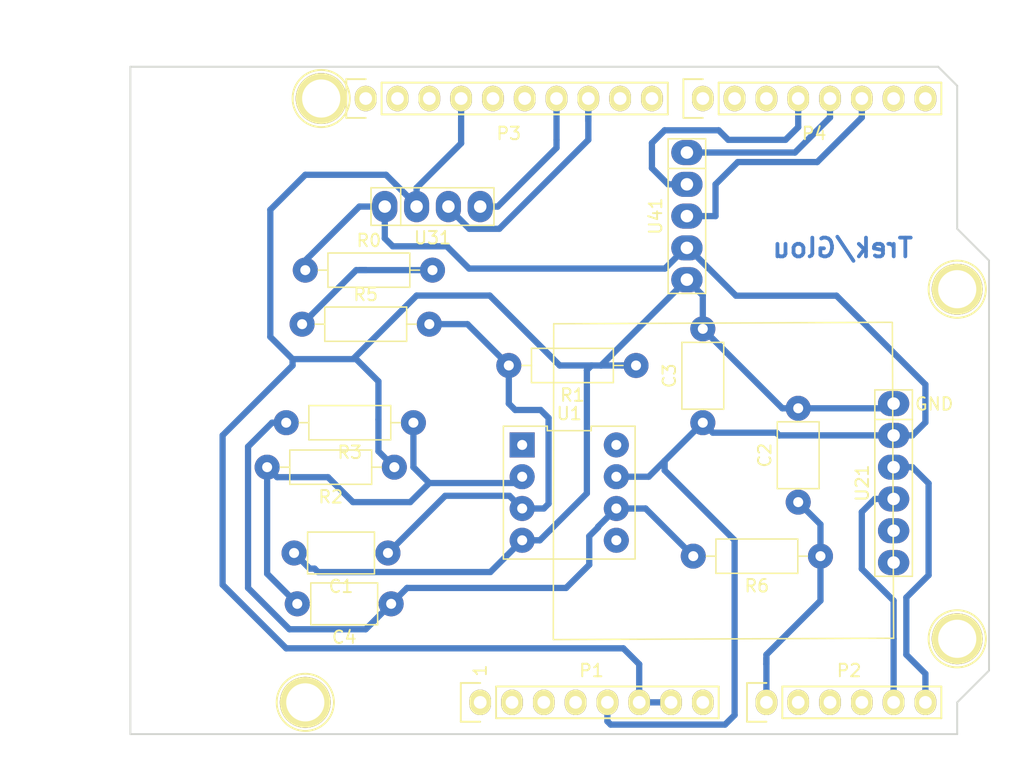
<source format=kicad_pcb>
(kicad_pcb (version 20171130) (host pcbnew "(5.1.2)-2")

  (general
    (thickness 1.6)
    (drawings 28)
    (tracks 182)
    (zones 0)
    (modules 22)
    (nets 40)
  )

  (page A4)
  (title_block
    (date "lun. 30 mars 2015")
  )

  (layers
    (0 F.Cu signal)
    (31 B.Cu signal)
    (32 B.Adhes user)
    (33 F.Adhes user)
    (34 B.Paste user)
    (35 F.Paste user)
    (36 B.SilkS user)
    (37 F.SilkS user)
    (38 B.Mask user)
    (39 F.Mask user)
    (40 Dwgs.User user)
    (41 Cmts.User user)
    (42 Eco1.User user)
    (43 Eco2.User user)
    (44 Edge.Cuts user)
    (45 Margin user)
    (46 B.CrtYd user)
    (47 F.CrtYd user)
    (48 B.Fab user)
    (49 F.Fab user)
  )

  (setup
    (last_trace_width 0.5)
    (user_trace_width 0.5)
    (user_trace_width 5)
    (trace_clearance 0.2)
    (zone_clearance 0.508)
    (zone_45_only no)
    (trace_min 0.2)
    (via_size 0.6)
    (via_drill 0.4)
    (via_min_size 0.4)
    (via_min_drill 0.3)
    (uvia_size 0.3)
    (uvia_drill 0.1)
    (uvias_allowed no)
    (uvia_min_size 0.2)
    (uvia_min_drill 0.1)
    (edge_width 0.15)
    (segment_width 0.15)
    (pcb_text_width 0.3)
    (pcb_text_size 1.5 1.5)
    (mod_edge_width 0.15)
    (mod_text_size 1 1)
    (mod_text_width 0.15)
    (pad_size 2 2)
    (pad_drill 0.8)
    (pad_to_mask_clearance 0)
    (aux_axis_origin 110.998 126.365)
    (grid_origin 110.998 126.365)
    (visible_elements 7FFFFFFF)
    (pcbplotparams
      (layerselection 0x00000_fffffffe)
      (usegerberextensions false)
      (usegerberattributes false)
      (usegerberadvancedattributes false)
      (creategerberjobfile false)
      (excludeedgelayer true)
      (linewidth 0.100000)
      (plotframeref false)
      (viasonmask false)
      (mode 1)
      (useauxorigin false)
      (hpglpennumber 1)
      (hpglpenspeed 20)
      (hpglpendiameter 15.000000)
      (psnegative false)
      (psa4output false)
      (plotreference true)
      (plotvalue true)
      (plotinvisibletext false)
      (padsonsilk false)
      (subtractmaskfromsilk false)
      (outputformat 4)
      (mirror false)
      (drillshape 2)
      (scaleselection 1)
      (outputdirectory "PDF/"))
  )

  (net 0 "")
  (net 1 /IOREF)
  (net 2 /Reset)
  (net 3 +5V)
  (net 4 GND)
  (net 5 /Vin)
  (net 6 /A1)
  (net 7 /A2)
  (net 8 /A3)
  (net 9 /AREF)
  (net 10 "/9(**)")
  (net 11 /8)
  (net 12 /7)
  (net 13 "/6(**)")
  (net 14 "/5(**)")
  (net 15 "/1(Tx)")
  (net 16 "/0(Rx)")
  (net 17 "Net-(P5-Pad1)")
  (net 18 "Net-(P6-Pad1)")
  (net 19 "Net-(P7-Pad1)")
  (net 20 "Net-(P8-Pad1)")
  (net 21 "/13(SCK)")
  (net 22 "Net-(P1-Pad1)")
  (net 23 +3V3)
  (net 24 "/12(MISO)")
  (net 25 IN+)
  (net 26 ADC)
  (net 27 "Net-(C4-Pad1)")
  (net 28 IN-)
  (net 29 SDA)
  (net 30 SCK)
  (net 31 TX)
  (net 32 RX)
  (net 33 CLK)
  (net 34 DATA)
  (net 35 SWITCH)
  (net 36 "Net-(R0-Pad2)")
  (net 37 "Net-(U1-Pad8)")
  (net 38 "Net-(U1-Pad1)")
  (net 39 "Net-(U1-Pad5)")

  (net_class Default "This is the default net class."
    (clearance 0.2)
    (trace_width 0.25)
    (via_dia 0.6)
    (via_drill 0.4)
    (uvia_dia 0.3)
    (uvia_drill 0.1)
    (add_net +3V3)
    (add_net +5V)
    (add_net "/0(Rx)")
    (add_net "/1(Tx)")
    (add_net "/12(MISO)")
    (add_net "/13(SCK)")
    (add_net "/5(**)")
    (add_net "/6(**)")
    (add_net /7)
    (add_net /8)
    (add_net "/9(**)")
    (add_net /A1)
    (add_net /A2)
    (add_net /A3)
    (add_net /AREF)
    (add_net /IOREF)
    (add_net /Reset)
    (add_net /Vin)
    (add_net ADC)
    (add_net CLK)
    (add_net DATA)
    (add_net GND)
    (add_net IN+)
    (add_net IN-)
    (add_net "Net-(C4-Pad1)")
    (add_net "Net-(P1-Pad1)")
    (add_net "Net-(P5-Pad1)")
    (add_net "Net-(P6-Pad1)")
    (add_net "Net-(P7-Pad1)")
    (add_net "Net-(P8-Pad1)")
    (add_net "Net-(R0-Pad2)")
    (add_net "Net-(U1-Pad1)")
    (add_net "Net-(U1-Pad5)")
    (add_net "Net-(U1-Pad8)")
    (add_net RX)
    (add_net SCK)
    (add_net SDA)
    (add_net SWITCH)
    (add_net TX)
  )

  (module "projet shield capteur:OLED" (layer F.Cu) (tedit 6048CA86) (tstamp 6048E5CD)
    (at 171.958 106.299 270)
    (path /603E6DB8)
    (fp_text reference U21 (at 0 2.5 270) (layer F.SilkS)
      (effects (font (size 1 1) (thickness 0.15)))
    )
    (fp_text value OLED_0.91 (at 0 -2.5 270) (layer F.Fab)
      (effects (font (size 1 1) (thickness 0.15)))
    )
    (fp_text user GND (at -6.32 -3.24) (layer F.SilkS)
      (effects (font (size 1 1) (thickness 0.15)))
    )
    (fp_line (start -12.73 27.15) (end -12.85 0.12) (layer F.SilkS) (width 0.12))
    (fp_line (start 12.51 27.18) (end -12.73 27.15) (layer F.SilkS) (width 0.12))
    (fp_line (start 12.4 0) (end 12.51 27.18) (layer F.SilkS) (width 0.12))
    (fp_line (start -12.83 0.1) (end 12.4 0) (layer F.SilkS) (width 0.12))
    (fp_line (start -7.2 1.25) (end -7.2 -1.25) (layer F.CrtYd) (width 0.05))
    (fp_line (start 7.2 1.25) (end -7.2 1.25) (layer F.CrtYd) (width 0.05))
    (fp_line (start 7.2 -1.25) (end 7.2 1.25) (layer F.CrtYd) (width 0.05))
    (fp_line (start -7.2 -1.25) (end 7.2 -1.25) (layer F.CrtYd) (width 0.05))
    (fp_line (start -5.08 -1.5) (end -5.08 1.5) (layer F.SilkS) (width 0.12))
    (fp_line (start -7.45 1.5) (end -7.45 -1.5) (layer F.SilkS) (width 0.12))
    (fp_line (start 7.45 1.5) (end -7.45 1.5) (layer F.SilkS) (width 0.12))
    (fp_line (start 7.45 -1.5) (end 7.45 1.5) (layer F.SilkS) (width 0.12))
    (fp_line (start -7.45 -1.5) (end 7.45 -1.5) (layer F.SilkS) (width 0.12))
    (pad 6 thru_hole oval (at 6.35 0 270) (size 2 2.5) (drill 1) (layers *.Cu *.Mask))
    (pad 5 thru_hole oval (at 3.81 0 270) (size 2 2.5) (drill 1) (layers *.Cu *.Mask))
    (pad 4 thru_hole oval (at 1.27 0 270) (size 2 2.5) (drill 1) (layers *.Cu *.Mask)
      (net 29 SDA))
    (pad 3 thru_hole oval (at -1.27 0 270) (size 2 2.5) (drill 1) (layers *.Cu *.Mask)
      (net 30 SCK))
    (pad 2 thru_hole oval (at -3.81 0 270) (size 2 2.5) (drill 1) (layers *.Cu *.Mask)
      (net 3 +5V))
    (pad 1 thru_hole oval (at -6.35 0 270) (size 2 2.5) (drill 1) (layers *.Cu *.Mask)
      (net 4 GND))
  )

  (module Resistor_THT:R_Axial_DIN0207_L6.3mm_D2.5mm_P10.16mm_Horizontal (layer F.Cu) (tedit 5AE5139B) (tstamp 6048E5A2)
    (at 166.116 112.141 180)
    (descr "Resistor, Axial_DIN0207 series, Axial, Horizontal, pin pitch=10.16mm, 0.25W = 1/4W, length*diameter=6.3*2.5mm^2, http://cdn-reichelt.de/documents/datenblatt/B400/1_4W%23YAG.pdf")
    (tags "Resistor Axial_DIN0207 series Axial Horizontal pin pitch 10.16mm 0.25W = 1/4W length 6.3mm diameter 2.5mm")
    (path /603A1DAD)
    (fp_text reference R6 (at 5.08 -2.37) (layer F.SilkS)
      (effects (font (size 1 1) (thickness 0.15)))
    )
    (fp_text value 1k (at 5.08 2.37) (layer F.Fab)
      (effects (font (size 1 1) (thickness 0.15)))
    )
    (fp_text user %R (at 5.08 0) (layer F.Fab)
      (effects (font (size 1 1) (thickness 0.15)))
    )
    (fp_line (start 11.21 -1.5) (end -1.05 -1.5) (layer F.CrtYd) (width 0.05))
    (fp_line (start 11.21 1.5) (end 11.21 -1.5) (layer F.CrtYd) (width 0.05))
    (fp_line (start -1.05 1.5) (end 11.21 1.5) (layer F.CrtYd) (width 0.05))
    (fp_line (start -1.05 -1.5) (end -1.05 1.5) (layer F.CrtYd) (width 0.05))
    (fp_line (start 9.12 0) (end 8.35 0) (layer F.SilkS) (width 0.12))
    (fp_line (start 1.04 0) (end 1.81 0) (layer F.SilkS) (width 0.12))
    (fp_line (start 8.35 -1.37) (end 1.81 -1.37) (layer F.SilkS) (width 0.12))
    (fp_line (start 8.35 1.37) (end 8.35 -1.37) (layer F.SilkS) (width 0.12))
    (fp_line (start 1.81 1.37) (end 8.35 1.37) (layer F.SilkS) (width 0.12))
    (fp_line (start 1.81 -1.37) (end 1.81 1.37) (layer F.SilkS) (width 0.12))
    (fp_line (start 10.16 0) (end 8.23 0) (layer F.Fab) (width 0.1))
    (fp_line (start 0 0) (end 1.93 0) (layer F.Fab) (width 0.1))
    (fp_line (start 8.23 -1.25) (end 1.93 -1.25) (layer F.Fab) (width 0.1))
    (fp_line (start 8.23 1.25) (end 8.23 -1.25) (layer F.Fab) (width 0.1))
    (fp_line (start 1.93 1.25) (end 8.23 1.25) (layer F.Fab) (width 0.1))
    (fp_line (start 1.93 -1.25) (end 1.93 1.25) (layer F.Fab) (width 0.1))
    (pad 2 thru_hole circle (at 10.16 0 180) (size 2 2) (drill 0.8) (layers *.Cu *.Mask)
      (net 27 "Net-(C4-Pad1)"))
    (pad 1 thru_hole circle (at 0 0 180) (size 2 2) (drill 0.8) (layers *.Cu *.Mask)
      (net 26 ADC))
    (model ${KISYS3DMOD}/Resistor_THT.3dshapes/R_Axial_DIN0207_L6.3mm_D2.5mm_P10.16mm_Horizontal.wrl
      (at (xyz 0 0 0))
      (scale (xyz 1 1 1))
      (rotate (xyz 0 0 0))
    )
  )

  (module Resistor_THT:R_Axial_DIN0207_L6.3mm_D2.5mm_P10.16mm_Horizontal (layer F.Cu) (tedit 5AE5139B) (tstamp 6048E546)
    (at 151.384 96.901 180)
    (descr "Resistor, Axial_DIN0207 series, Axial, Horizontal, pin pitch=10.16mm, 0.25W = 1/4W, length*diameter=6.3*2.5mm^2, http://cdn-reichelt.de/documents/datenblatt/B400/1_4W%23YAG.pdf")
    (tags "Resistor Axial_DIN0207 series Axial Horizontal pin pitch 10.16mm 0.25W = 1/4W length 6.3mm diameter 2.5mm")
    (path /6036AEA7)
    (fp_text reference R1 (at 5.08 -2.37) (layer F.SilkS)
      (effects (font (size 1 1) (thickness 0.15)))
    )
    (fp_text value 100k (at 5.08 2.37) (layer F.Fab)
      (effects (font (size 1 1) (thickness 0.15)))
    )
    (fp_text user %R (at 5.08 0) (layer F.Fab)
      (effects (font (size 1 1) (thickness 0.15)))
    )
    (fp_line (start 11.21 -1.5) (end -1.05 -1.5) (layer F.CrtYd) (width 0.05))
    (fp_line (start 11.21 1.5) (end 11.21 -1.5) (layer F.CrtYd) (width 0.05))
    (fp_line (start -1.05 1.5) (end 11.21 1.5) (layer F.CrtYd) (width 0.05))
    (fp_line (start -1.05 -1.5) (end -1.05 1.5) (layer F.CrtYd) (width 0.05))
    (fp_line (start 9.12 0) (end 8.35 0) (layer F.SilkS) (width 0.12))
    (fp_line (start 1.04 0) (end 1.81 0) (layer F.SilkS) (width 0.12))
    (fp_line (start 8.35 -1.37) (end 1.81 -1.37) (layer F.SilkS) (width 0.12))
    (fp_line (start 8.35 1.37) (end 8.35 -1.37) (layer F.SilkS) (width 0.12))
    (fp_line (start 1.81 1.37) (end 8.35 1.37) (layer F.SilkS) (width 0.12))
    (fp_line (start 1.81 -1.37) (end 1.81 1.37) (layer F.SilkS) (width 0.12))
    (fp_line (start 10.16 0) (end 8.23 0) (layer F.Fab) (width 0.1))
    (fp_line (start 0 0) (end 1.93 0) (layer F.Fab) (width 0.1))
    (fp_line (start 8.23 -1.25) (end 1.93 -1.25) (layer F.Fab) (width 0.1))
    (fp_line (start 8.23 1.25) (end 8.23 -1.25) (layer F.Fab) (width 0.1))
    (fp_line (start 1.93 1.25) (end 8.23 1.25) (layer F.Fab) (width 0.1))
    (fp_line (start 1.93 -1.25) (end 1.93 1.25) (layer F.Fab) (width 0.1))
    (pad 2 thru_hole circle (at 10.16 0 180) (size 2 2) (drill 0.8) (layers *.Cu *.Mask)
      (net 25 IN+))
    (pad 1 thru_hole circle (at 0 0 180) (size 2 2) (drill 0.8) (layers *.Cu *.Mask)
      (net 4 GND))
    (model ${KISYS3DMOD}/Resistor_THT.3dshapes/R_Axial_DIN0207_L6.3mm_D2.5mm_P10.16mm_Horizontal.wrl
      (at (xyz 0 0 0))
      (scale (xyz 1 1 1))
      (rotate (xyz 0 0 0))
    )
  )

  (module Capacitor_THT:C_Axial_L5.1mm_D3.1mm_P7.50mm_Horizontal (layer F.Cu) (tedit 5AE50EF0) (tstamp 6048E4D3)
    (at 131.572 111.887 180)
    (descr "C, Axial series, Axial, Horizontal, pin pitch=7.5mm, , length*diameter=5.1*3.1mm^2, http://www.vishay.com/docs/45231/arseries.pdf")
    (tags "C Axial series Axial Horizontal pin pitch 7.5mm  length 5.1mm diameter 3.1mm")
    (path /6036B7A1)
    (fp_text reference C1 (at 3.75 -2.67) (layer F.SilkS)
      (effects (font (size 1 1) (thickness 0.15)))
    )
    (fp_text value 100n (at 3.75 2.67) (layer F.Fab)
      (effects (font (size 1 1) (thickness 0.15)))
    )
    (fp_line (start 1.2 -1.55) (end 1.2 1.55) (layer F.Fab) (width 0.1))
    (fp_line (start 1.2 1.55) (end 6.3 1.55) (layer F.Fab) (width 0.1))
    (fp_line (start 6.3 1.55) (end 6.3 -1.55) (layer F.Fab) (width 0.1))
    (fp_line (start 6.3 -1.55) (end 1.2 -1.55) (layer F.Fab) (width 0.1))
    (fp_line (start 0 0) (end 1.2 0) (layer F.Fab) (width 0.1))
    (fp_line (start 7.5 0) (end 6.3 0) (layer F.Fab) (width 0.1))
    (fp_line (start 1.08 -1.67) (end 1.08 1.67) (layer F.SilkS) (width 0.12))
    (fp_line (start 1.08 1.67) (end 6.42 1.67) (layer F.SilkS) (width 0.12))
    (fp_line (start 6.42 1.67) (end 6.42 -1.67) (layer F.SilkS) (width 0.12))
    (fp_line (start 6.42 -1.67) (end 1.08 -1.67) (layer F.SilkS) (width 0.12))
    (fp_line (start 1.04 0) (end 1.08 0) (layer F.SilkS) (width 0.12))
    (fp_line (start 6.46 0) (end 6.42 0) (layer F.SilkS) (width 0.12))
    (fp_line (start -1.05 -1.8) (end -1.05 1.8) (layer F.CrtYd) (width 0.05))
    (fp_line (start -1.05 1.8) (end 8.55 1.8) (layer F.CrtYd) (width 0.05))
    (fp_line (start 8.55 1.8) (end 8.55 -1.8) (layer F.CrtYd) (width 0.05))
    (fp_line (start 8.55 -1.8) (end -1.05 -1.8) (layer F.CrtYd) (width 0.05))
    (fp_text user %R (at 3.75 0) (layer F.Fab)
      (effects (font (size 1 1) (thickness 0.15)))
    )
    (pad 1 thru_hole circle (at 0 0 180) (size 2 2) (drill 0.8) (layers *.Cu *.Mask)
      (net 25 IN+))
    (pad 2 thru_hole circle (at 7.5 0 180) (size 2 2) (drill 0.8) (layers *.Cu *.Mask)
      (net 4 GND))
    (model ${KISYS3DMOD}/Capacitor_THT.3dshapes/C_Axial_L5.1mm_D3.1mm_P7.50mm_Horizontal.wrl
      (at (xyz 0 0 0))
      (scale (xyz 1 1 1))
      (rotate (xyz 0 0 0))
    )
  )

  (module Socket_Arduino_Uno:Socket_Strip_Arduino_1x08 locked (layer F.Cu) (tedit 552168D2) (tstamp 551AF9EA)
    (at 138.938 123.825)
    (descr "Through hole socket strip")
    (tags "socket strip")
    (path /56D70129)
    (fp_text reference P1 (at 8.89 -2.54) (layer F.SilkS)
      (effects (font (size 1 1) (thickness 0.15)))
    )
    (fp_text value Power (at 8.89 -4.064) (layer F.Fab)
      (effects (font (size 1 1) (thickness 0.15)))
    )
    (fp_line (start -1.75 -1.75) (end -1.75 1.75) (layer F.CrtYd) (width 0.05))
    (fp_line (start 19.55 -1.75) (end 19.55 1.75) (layer F.CrtYd) (width 0.05))
    (fp_line (start -1.75 -1.75) (end 19.55 -1.75) (layer F.CrtYd) (width 0.05))
    (fp_line (start -1.75 1.75) (end 19.55 1.75) (layer F.CrtYd) (width 0.05))
    (fp_line (start 1.27 1.27) (end 19.05 1.27) (layer F.SilkS) (width 0.15))
    (fp_line (start 19.05 1.27) (end 19.05 -1.27) (layer F.SilkS) (width 0.15))
    (fp_line (start 19.05 -1.27) (end 1.27 -1.27) (layer F.SilkS) (width 0.15))
    (fp_line (start -1.55 1.55) (end 0 1.55) (layer F.SilkS) (width 0.15))
    (fp_line (start 1.27 1.27) (end 1.27 -1.27) (layer F.SilkS) (width 0.15))
    (fp_line (start 0 -1.55) (end -1.55 -1.55) (layer F.SilkS) (width 0.15))
    (fp_line (start -1.55 -1.55) (end -1.55 1.55) (layer F.SilkS) (width 0.15))
    (pad 1 thru_hole oval (at 0 0) (size 1.7272 2.032) (drill 1.016) (layers *.Cu *.Mask F.SilkS)
      (net 22 "Net-(P1-Pad1)"))
    (pad 2 thru_hole oval (at 2.54 0) (size 1.7272 2.032) (drill 1.016) (layers *.Cu *.Mask F.SilkS)
      (net 1 /IOREF))
    (pad 3 thru_hole oval (at 5.08 0) (size 1.7272 2.032) (drill 1.016) (layers *.Cu *.Mask F.SilkS)
      (net 2 /Reset))
    (pad 4 thru_hole oval (at 7.62 0) (size 1.7272 2.032) (drill 1.016) (layers *.Cu *.Mask F.SilkS)
      (net 23 +3V3))
    (pad 5 thru_hole oval (at 10.16 0) (size 1.7272 2.032) (drill 1.016) (layers *.Cu *.Mask F.SilkS)
      (net 3 +5V))
    (pad 6 thru_hole oval (at 12.7 0) (size 1.7272 2.032) (drill 1.016) (layers *.Cu *.Mask F.SilkS)
      (net 4 GND))
    (pad 7 thru_hole oval (at 15.24 0) (size 1.7272 2.032) (drill 1.016) (layers *.Cu *.Mask F.SilkS)
      (net 4 GND))
    (pad 8 thru_hole oval (at 17.78 0) (size 1.7272 2.032) (drill 1.016) (layers *.Cu *.Mask F.SilkS)
      (net 5 /Vin))
    (model ${KIPRJMOD}/Socket_Arduino_Uno.3dshapes/Socket_header_Arduino_1x08.wrl
      (offset (xyz 8.889999866485596 0 0))
      (scale (xyz 1 1 1))
      (rotate (xyz 0 0 180))
    )
  )

  (module Socket_Arduino_Uno:Socket_Strip_Arduino_1x06 locked (layer F.Cu) (tedit 552168D6) (tstamp 551AF9FF)
    (at 161.798 123.825)
    (descr "Through hole socket strip")
    (tags "socket strip")
    (path /56D70DD8)
    (fp_text reference P2 (at 6.604 -2.54) (layer F.SilkS)
      (effects (font (size 1 1) (thickness 0.15)))
    )
    (fp_text value Analog (at 6.604 -4.064) (layer F.Fab)
      (effects (font (size 1 1) (thickness 0.15)))
    )
    (fp_line (start -1.75 -1.75) (end -1.75 1.75) (layer F.CrtYd) (width 0.05))
    (fp_line (start 14.45 -1.75) (end 14.45 1.75) (layer F.CrtYd) (width 0.05))
    (fp_line (start -1.75 -1.75) (end 14.45 -1.75) (layer F.CrtYd) (width 0.05))
    (fp_line (start -1.75 1.75) (end 14.45 1.75) (layer F.CrtYd) (width 0.05))
    (fp_line (start 1.27 1.27) (end 13.97 1.27) (layer F.SilkS) (width 0.15))
    (fp_line (start 13.97 1.27) (end 13.97 -1.27) (layer F.SilkS) (width 0.15))
    (fp_line (start 13.97 -1.27) (end 1.27 -1.27) (layer F.SilkS) (width 0.15))
    (fp_line (start -1.55 1.55) (end 0 1.55) (layer F.SilkS) (width 0.15))
    (fp_line (start 1.27 1.27) (end 1.27 -1.27) (layer F.SilkS) (width 0.15))
    (fp_line (start 0 -1.55) (end -1.55 -1.55) (layer F.SilkS) (width 0.15))
    (fp_line (start -1.55 -1.55) (end -1.55 1.55) (layer F.SilkS) (width 0.15))
    (pad 1 thru_hole oval (at 0 0) (size 1.7272 2.032) (drill 1.016) (layers *.Cu *.Mask F.SilkS)
      (net 26 ADC))
    (pad 2 thru_hole oval (at 2.54 0) (size 1.7272 2.032) (drill 1.016) (layers *.Cu *.Mask F.SilkS)
      (net 6 /A1))
    (pad 3 thru_hole oval (at 5.08 0) (size 1.7272 2.032) (drill 1.016) (layers *.Cu *.Mask F.SilkS)
      (net 7 /A2))
    (pad 4 thru_hole oval (at 7.62 0) (size 1.7272 2.032) (drill 1.016) (layers *.Cu *.Mask F.SilkS)
      (net 8 /A3))
    (pad 5 thru_hole oval (at 10.16 0) (size 1.7272 2.032) (drill 1.016) (layers *.Cu *.Mask F.SilkS)
      (net 29 SDA))
    (pad 6 thru_hole oval (at 12.7 0) (size 1.7272 2.032) (drill 1.016) (layers *.Cu *.Mask F.SilkS)
      (net 30 SCK))
    (model ${KIPRJMOD}/Socket_Arduino_Uno.3dshapes/Socket_header_Arduino_1x06.wrl
      (offset (xyz 6.349999904632568 0 0))
      (scale (xyz 1 1 1))
      (rotate (xyz 0 0 180))
    )
  )

  (module Socket_Arduino_Uno:Socket_Strip_Arduino_1x10 locked (layer F.Cu) (tedit 552168BF) (tstamp 551AFA18)
    (at 129.794 75.565)
    (descr "Through hole socket strip")
    (tags "socket strip")
    (path /56D721E0)
    (fp_text reference P3 (at 11.43 2.794) (layer F.SilkS)
      (effects (font (size 1 1) (thickness 0.15)))
    )
    (fp_text value Digital (at 11.43 4.318) (layer F.Fab)
      (effects (font (size 1 1) (thickness 0.15)))
    )
    (fp_line (start -1.75 -1.75) (end -1.75 1.75) (layer F.CrtYd) (width 0.05))
    (fp_line (start 24.65 -1.75) (end 24.65 1.75) (layer F.CrtYd) (width 0.05))
    (fp_line (start -1.75 -1.75) (end 24.65 -1.75) (layer F.CrtYd) (width 0.05))
    (fp_line (start -1.75 1.75) (end 24.65 1.75) (layer F.CrtYd) (width 0.05))
    (fp_line (start 1.27 1.27) (end 24.13 1.27) (layer F.SilkS) (width 0.15))
    (fp_line (start 24.13 1.27) (end 24.13 -1.27) (layer F.SilkS) (width 0.15))
    (fp_line (start 24.13 -1.27) (end 1.27 -1.27) (layer F.SilkS) (width 0.15))
    (fp_line (start -1.55 1.55) (end 0 1.55) (layer F.SilkS) (width 0.15))
    (fp_line (start 1.27 1.27) (end 1.27 -1.27) (layer F.SilkS) (width 0.15))
    (fp_line (start 0 -1.55) (end -1.55 -1.55) (layer F.SilkS) (width 0.15))
    (fp_line (start -1.55 -1.55) (end -1.55 1.55) (layer F.SilkS) (width 0.15))
    (pad 1 thru_hole oval (at 0 0) (size 1.7272 2.032) (drill 1.016) (layers *.Cu *.Mask F.SilkS)
      (net 30 SCK))
    (pad 2 thru_hole oval (at 2.54 0) (size 1.7272 2.032) (drill 1.016) (layers *.Cu *.Mask F.SilkS)
      (net 29 SDA))
    (pad 3 thru_hole oval (at 5.08 0) (size 1.7272 2.032) (drill 1.016) (layers *.Cu *.Mask F.SilkS)
      (net 9 /AREF))
    (pad 4 thru_hole oval (at 7.62 0) (size 1.7272 2.032) (drill 1.016) (layers *.Cu *.Mask F.SilkS)
      (net 4 GND))
    (pad 5 thru_hole oval (at 10.16 0) (size 1.7272 2.032) (drill 1.016) (layers *.Cu *.Mask F.SilkS)
      (net 21 "/13(SCK)"))
    (pad 6 thru_hole oval (at 12.7 0) (size 1.7272 2.032) (drill 1.016) (layers *.Cu *.Mask F.SilkS)
      (net 24 "/12(MISO)"))
    (pad 7 thru_hole oval (at 15.24 0) (size 1.7272 2.032) (drill 1.016) (layers *.Cu *.Mask F.SilkS)
      (net 31 TX))
    (pad 8 thru_hole oval (at 17.78 0) (size 1.7272 2.032) (drill 1.016) (layers *.Cu *.Mask F.SilkS)
      (net 32 RX))
    (pad 9 thru_hole oval (at 20.32 0) (size 1.7272 2.032) (drill 1.016) (layers *.Cu *.Mask F.SilkS)
      (net 10 "/9(**)"))
    (pad 10 thru_hole oval (at 22.86 0) (size 1.7272 2.032) (drill 1.016) (layers *.Cu *.Mask F.SilkS)
      (net 11 /8))
    (model ${KIPRJMOD}/Socket_Arduino_Uno.3dshapes/Socket_header_Arduino_1x10.wrl
      (offset (xyz 11.42999982833862 0 0))
      (scale (xyz 1 1 1))
      (rotate (xyz 0 0 180))
    )
  )

  (module Socket_Arduino_Uno:Socket_Strip_Arduino_1x08 locked (layer F.Cu) (tedit 552168C7) (tstamp 551AFA2F)
    (at 156.718 75.565)
    (descr "Through hole socket strip")
    (tags "socket strip")
    (path /56D7164F)
    (fp_text reference P4 (at 8.89 2.794) (layer F.SilkS)
      (effects (font (size 1 1) (thickness 0.15)))
    )
    (fp_text value Digital (at 8.89 4.318) (layer F.Fab)
      (effects (font (size 1 1) (thickness 0.15)))
    )
    (fp_line (start -1.75 -1.75) (end -1.75 1.75) (layer F.CrtYd) (width 0.05))
    (fp_line (start 19.55 -1.75) (end 19.55 1.75) (layer F.CrtYd) (width 0.05))
    (fp_line (start -1.75 -1.75) (end 19.55 -1.75) (layer F.CrtYd) (width 0.05))
    (fp_line (start -1.75 1.75) (end 19.55 1.75) (layer F.CrtYd) (width 0.05))
    (fp_line (start 1.27 1.27) (end 19.05 1.27) (layer F.SilkS) (width 0.15))
    (fp_line (start 19.05 1.27) (end 19.05 -1.27) (layer F.SilkS) (width 0.15))
    (fp_line (start 19.05 -1.27) (end 1.27 -1.27) (layer F.SilkS) (width 0.15))
    (fp_line (start -1.55 1.55) (end 0 1.55) (layer F.SilkS) (width 0.15))
    (fp_line (start 1.27 1.27) (end 1.27 -1.27) (layer F.SilkS) (width 0.15))
    (fp_line (start 0 -1.55) (end -1.55 -1.55) (layer F.SilkS) (width 0.15))
    (fp_line (start -1.55 -1.55) (end -1.55 1.55) (layer F.SilkS) (width 0.15))
    (pad 1 thru_hole oval (at 0 0) (size 1.7272 2.032) (drill 1.016) (layers *.Cu *.Mask F.SilkS)
      (net 12 /7))
    (pad 2 thru_hole oval (at 2.54 0) (size 1.7272 2.032) (drill 1.016) (layers *.Cu *.Mask F.SilkS)
      (net 13 "/6(**)"))
    (pad 3 thru_hole oval (at 5.08 0) (size 1.7272 2.032) (drill 1.016) (layers *.Cu *.Mask F.SilkS)
      (net 14 "/5(**)"))
    (pad 4 thru_hole oval (at 7.62 0) (size 1.7272 2.032) (drill 1.016) (layers *.Cu *.Mask F.SilkS)
      (net 34 DATA))
    (pad 5 thru_hole oval (at 10.16 0) (size 1.7272 2.032) (drill 1.016) (layers *.Cu *.Mask F.SilkS)
      (net 33 CLK))
    (pad 6 thru_hole oval (at 12.7 0) (size 1.7272 2.032) (drill 1.016) (layers *.Cu *.Mask F.SilkS)
      (net 35 SWITCH))
    (pad 7 thru_hole oval (at 15.24 0) (size 1.7272 2.032) (drill 1.016) (layers *.Cu *.Mask F.SilkS)
      (net 15 "/1(Tx)"))
    (pad 8 thru_hole oval (at 17.78 0) (size 1.7272 2.032) (drill 1.016) (layers *.Cu *.Mask F.SilkS)
      (net 16 "/0(Rx)"))
    (model ${KIPRJMOD}/Socket_Arduino_Uno.3dshapes/Socket_header_Arduino_1x08.wrl
      (offset (xyz 8.889999866485596 0 0))
      (scale (xyz 1 1 1))
      (rotate (xyz 0 0 180))
    )
  )

  (module Socket_Arduino_Uno:Arduino_1pin locked (layer F.Cu) (tedit 5524FC39) (tstamp 5524FC3F)
    (at 124.968 123.825)
    (descr "module 1 pin (ou trou mecanique de percage)")
    (tags DEV)
    (path /56D71177)
    (fp_text reference P5 (at 0 -3.048) (layer F.SilkS) hide
      (effects (font (size 1 1) (thickness 0.15)))
    )
    (fp_text value CONN_01X01 (at 0 2.794) (layer F.Fab) hide
      (effects (font (size 1 1) (thickness 0.15)))
    )
    (fp_circle (center 0 0) (end 0 -2.286) (layer F.SilkS) (width 0.15))
    (pad 1 thru_hole circle (at 0 0) (size 4.064 4.064) (drill 3.048) (layers *.Cu *.Mask F.SilkS)
      (net 17 "Net-(P5-Pad1)"))
  )

  (module Socket_Arduino_Uno:Arduino_1pin locked (layer F.Cu) (tedit 5524FC4A) (tstamp 5524FC44)
    (at 177.038 118.745)
    (descr "module 1 pin (ou trou mecanique de percage)")
    (tags DEV)
    (path /56D71274)
    (fp_text reference P6 (at 0 -3.048) (layer F.SilkS) hide
      (effects (font (size 1 1) (thickness 0.15)))
    )
    (fp_text value CONN_01X01 (at 0 2.794) (layer F.Fab) hide
      (effects (font (size 1 1) (thickness 0.15)))
    )
    (fp_circle (center 0 0) (end 0 -2.286) (layer F.SilkS) (width 0.15))
    (pad 1 thru_hole circle (at 0 0) (size 4.064 4.064) (drill 3.048) (layers *.Cu *.Mask F.SilkS)
      (net 18 "Net-(P6-Pad1)"))
  )

  (module Socket_Arduino_Uno:Arduino_1pin locked (layer F.Cu) (tedit 5524FC2F) (tstamp 5524FC49)
    (at 126.238 75.565)
    (descr "module 1 pin (ou trou mecanique de percage)")
    (tags DEV)
    (path /56D712A8)
    (fp_text reference P7 (at 0 -3.048) (layer F.SilkS) hide
      (effects (font (size 1 1) (thickness 0.15)))
    )
    (fp_text value CONN_01X01 (at 0 2.794) (layer F.Fab) hide
      (effects (font (size 1 1) (thickness 0.15)))
    )
    (fp_circle (center 0 0) (end 0 -2.286) (layer F.SilkS) (width 0.15))
    (pad 1 thru_hole circle (at 0 0) (size 4.064 4.064) (drill 3.048) (layers *.Cu *.Mask F.SilkS)
      (net 19 "Net-(P7-Pad1)"))
  )

  (module Socket_Arduino_Uno:Arduino_1pin locked (layer F.Cu) (tedit 5524FC41) (tstamp 5524FC4E)
    (at 177.038 90.805)
    (descr "module 1 pin (ou trou mecanique de percage)")
    (tags DEV)
    (path /56D712DB)
    (fp_text reference P8 (at 0 -3.048) (layer F.SilkS) hide
      (effects (font (size 1 1) (thickness 0.15)))
    )
    (fp_text value CONN_01X01 (at 0 2.794) (layer F.Fab) hide
      (effects (font (size 1 1) (thickness 0.15)))
    )
    (fp_circle (center 0 0) (end 0 -2.286) (layer F.SilkS) (width 0.15))
    (pad 1 thru_hole circle (at 0 0) (size 4.064 4.064) (drill 3.048) (layers *.Cu *.Mask F.SilkS)
      (net 20 "Net-(P8-Pad1)"))
  )

  (module Capacitor_THT:C_Axial_L5.1mm_D3.1mm_P7.50mm_Horizontal (layer F.Cu) (tedit 5AE50EF0) (tstamp 6048E4EA)
    (at 164.338 107.823 90)
    (descr "C, Axial series, Axial, Horizontal, pin pitch=7.5mm, , length*diameter=5.1*3.1mm^2, http://www.vishay.com/docs/45231/arseries.pdf")
    (tags "C Axial series Axial Horizontal pin pitch 7.5mm  length 5.1mm diameter 3.1mm")
    (path /603A3A37)
    (fp_text reference C2 (at 3.75 -2.67 90) (layer F.SilkS)
      (effects (font (size 1 1) (thickness 0.15)))
    )
    (fp_text value 100n (at 3.75 2.67 90) (layer F.Fab)
      (effects (font (size 1 1) (thickness 0.15)))
    )
    (fp_text user %R (at 3.75 0 90) (layer F.Fab)
      (effects (font (size 1 1) (thickness 0.15)))
    )
    (fp_line (start 8.55 -1.8) (end -1.05 -1.8) (layer F.CrtYd) (width 0.05))
    (fp_line (start 8.55 1.8) (end 8.55 -1.8) (layer F.CrtYd) (width 0.05))
    (fp_line (start -1.05 1.8) (end 8.55 1.8) (layer F.CrtYd) (width 0.05))
    (fp_line (start -1.05 -1.8) (end -1.05 1.8) (layer F.CrtYd) (width 0.05))
    (fp_line (start 6.46 0) (end 6.42 0) (layer F.SilkS) (width 0.12))
    (fp_line (start 1.04 0) (end 1.08 0) (layer F.SilkS) (width 0.12))
    (fp_line (start 6.42 -1.67) (end 1.08 -1.67) (layer F.SilkS) (width 0.12))
    (fp_line (start 6.42 1.67) (end 6.42 -1.67) (layer F.SilkS) (width 0.12))
    (fp_line (start 1.08 1.67) (end 6.42 1.67) (layer F.SilkS) (width 0.12))
    (fp_line (start 1.08 -1.67) (end 1.08 1.67) (layer F.SilkS) (width 0.12))
    (fp_line (start 7.5 0) (end 6.3 0) (layer F.Fab) (width 0.1))
    (fp_line (start 0 0) (end 1.2 0) (layer F.Fab) (width 0.1))
    (fp_line (start 6.3 -1.55) (end 1.2 -1.55) (layer F.Fab) (width 0.1))
    (fp_line (start 6.3 1.55) (end 6.3 -1.55) (layer F.Fab) (width 0.1))
    (fp_line (start 1.2 1.55) (end 6.3 1.55) (layer F.Fab) (width 0.1))
    (fp_line (start 1.2 -1.55) (end 1.2 1.55) (layer F.Fab) (width 0.1))
    (pad 2 thru_hole circle (at 7.5 0 90) (size 2 2) (drill 0.8) (layers *.Cu *.Mask)
      (net 4 GND))
    (pad 1 thru_hole circle (at 0 0 90) (size 2 2) (drill 0.8) (layers *.Cu *.Mask)
      (net 26 ADC))
    (model ${KISYS3DMOD}/Capacitor_THT.3dshapes/C_Axial_L5.1mm_D3.1mm_P7.50mm_Horizontal.wrl
      (at (xyz 0 0 0))
      (scale (xyz 1 1 1))
      (rotate (xyz 0 0 0))
    )
  )

  (module Capacitor_THT:C_Axial_L5.1mm_D3.1mm_P7.50mm_Horizontal (layer F.Cu) (tedit 5AE50EF0) (tstamp 6048E501)
    (at 156.718 101.473 90)
    (descr "C, Axial series, Axial, Horizontal, pin pitch=7.5mm, , length*diameter=5.1*3.1mm^2, http://www.vishay.com/docs/45231/arseries.pdf")
    (tags "C Axial series Axial Horizontal pin pitch 7.5mm  length 5.1mm diameter 3.1mm")
    (path /603B0591)
    (fp_text reference C3 (at 3.75 -2.67 90) (layer F.SilkS)
      (effects (font (size 1 1) (thickness 0.15)))
    )
    (fp_text value 100n (at 3.75 2.67 90) (layer F.Fab)
      (effects (font (size 1 1) (thickness 0.15)))
    )
    (fp_text user %R (at 3.75 0 90) (layer F.Fab)
      (effects (font (size 1 1) (thickness 0.15)))
    )
    (fp_line (start 8.55 -1.8) (end -1.05 -1.8) (layer F.CrtYd) (width 0.05))
    (fp_line (start 8.55 1.8) (end 8.55 -1.8) (layer F.CrtYd) (width 0.05))
    (fp_line (start -1.05 1.8) (end 8.55 1.8) (layer F.CrtYd) (width 0.05))
    (fp_line (start -1.05 -1.8) (end -1.05 1.8) (layer F.CrtYd) (width 0.05))
    (fp_line (start 6.46 0) (end 6.42 0) (layer F.SilkS) (width 0.12))
    (fp_line (start 1.04 0) (end 1.08 0) (layer F.SilkS) (width 0.12))
    (fp_line (start 6.42 -1.67) (end 1.08 -1.67) (layer F.SilkS) (width 0.12))
    (fp_line (start 6.42 1.67) (end 6.42 -1.67) (layer F.SilkS) (width 0.12))
    (fp_line (start 1.08 1.67) (end 6.42 1.67) (layer F.SilkS) (width 0.12))
    (fp_line (start 1.08 -1.67) (end 1.08 1.67) (layer F.SilkS) (width 0.12))
    (fp_line (start 7.5 0) (end 6.3 0) (layer F.Fab) (width 0.1))
    (fp_line (start 0 0) (end 1.2 0) (layer F.Fab) (width 0.1))
    (fp_line (start 6.3 -1.55) (end 1.2 -1.55) (layer F.Fab) (width 0.1))
    (fp_line (start 6.3 1.55) (end 6.3 -1.55) (layer F.Fab) (width 0.1))
    (fp_line (start 1.2 1.55) (end 6.3 1.55) (layer F.Fab) (width 0.1))
    (fp_line (start 1.2 -1.55) (end 1.2 1.55) (layer F.Fab) (width 0.1))
    (pad 2 thru_hole circle (at 7.5 0 90) (size 2 2) (drill 0.8) (layers *.Cu *.Mask)
      (net 4 GND))
    (pad 1 thru_hole circle (at 0 0 90) (size 2 2) (drill 0.8) (layers *.Cu *.Mask)
      (net 3 +5V))
    (model ${KISYS3DMOD}/Capacitor_THT.3dshapes/C_Axial_L5.1mm_D3.1mm_P7.50mm_Horizontal.wrl
      (at (xyz 0 0 0))
      (scale (xyz 1 1 1))
      (rotate (xyz 0 0 0))
    )
  )

  (module Capacitor_THT:C_Axial_L5.1mm_D3.1mm_P7.50mm_Horizontal (layer F.Cu) (tedit 5AE50EF0) (tstamp 60490652)
    (at 131.826 115.951 180)
    (descr "C, Axial series, Axial, Horizontal, pin pitch=7.5mm, , length*diameter=5.1*3.1mm^2, http://www.vishay.com/docs/45231/arseries.pdf")
    (tags "C Axial series Axial Horizontal pin pitch 7.5mm  length 5.1mm diameter 3.1mm")
    (path /603A8023)
    (fp_text reference C4 (at 3.75 -2.67) (layer F.SilkS)
      (effects (font (size 1 1) (thickness 0.15)))
    )
    (fp_text value 1µ (at 3.75 2.67) (layer F.Fab)
      (effects (font (size 1 1) (thickness 0.15)))
    )
    (fp_line (start 1.2 -1.55) (end 1.2 1.55) (layer F.Fab) (width 0.1))
    (fp_line (start 1.2 1.55) (end 6.3 1.55) (layer F.Fab) (width 0.1))
    (fp_line (start 6.3 1.55) (end 6.3 -1.55) (layer F.Fab) (width 0.1))
    (fp_line (start 6.3 -1.55) (end 1.2 -1.55) (layer F.Fab) (width 0.1))
    (fp_line (start 0 0) (end 1.2 0) (layer F.Fab) (width 0.1))
    (fp_line (start 7.5 0) (end 6.3 0) (layer F.Fab) (width 0.1))
    (fp_line (start 1.08 -1.67) (end 1.08 1.67) (layer F.SilkS) (width 0.12))
    (fp_line (start 1.08 1.67) (end 6.42 1.67) (layer F.SilkS) (width 0.12))
    (fp_line (start 6.42 1.67) (end 6.42 -1.67) (layer F.SilkS) (width 0.12))
    (fp_line (start 6.42 -1.67) (end 1.08 -1.67) (layer F.SilkS) (width 0.12))
    (fp_line (start 1.04 0) (end 1.08 0) (layer F.SilkS) (width 0.12))
    (fp_line (start 6.46 0) (end 6.42 0) (layer F.SilkS) (width 0.12))
    (fp_line (start -1.05 -1.8) (end -1.05 1.8) (layer F.CrtYd) (width 0.05))
    (fp_line (start -1.05 1.8) (end 8.55 1.8) (layer F.CrtYd) (width 0.05))
    (fp_line (start 8.55 1.8) (end 8.55 -1.8) (layer F.CrtYd) (width 0.05))
    (fp_line (start 8.55 -1.8) (end -1.05 -1.8) (layer F.CrtYd) (width 0.05))
    (fp_text user %R (at 3.75 0) (layer F.Fab)
      (effects (font (size 1 1) (thickness 0.15)))
    )
    (pad 1 thru_hole circle (at 0 0 180) (size 2 2) (drill 0.8) (layers *.Cu *.Mask)
      (net 27 "Net-(C4-Pad1)"))
    (pad 2 thru_hole circle (at 7.5 0 180) (size 2 2) (drill 0.8) (layers *.Cu *.Mask)
      (net 28 IN-))
    (model ${KISYS3DMOD}/Capacitor_THT.3dshapes/C_Axial_L5.1mm_D3.1mm_P7.50mm_Horizontal.wrl
      (at (xyz 0 0 0))
      (scale (xyz 1 1 1))
      (rotate (xyz 0 0 0))
    )
  )

  (module Resistor_THT:R_Axial_DIN0207_L6.3mm_D2.5mm_P10.16mm_Horizontal (layer F.Cu) (tedit 6048CBF3) (tstamp 6048E52F)
    (at 124.968 89.281)
    (descr "Resistor, Axial_DIN0207 series, Axial, Horizontal, pin pitch=10.16mm, 0.25W = 1/4W, length*diameter=6.3*2.5mm^2, http://cdn-reichelt.de/documents/datenblatt/B400/1_4W%23YAG.pdf")
    (tags "Resistor Axial_DIN0207 series Axial Horizontal pin pitch 10.16mm 0.25W = 1/4W length 6.3mm diameter 2.5mm")
    (path /603697C8)
    (fp_text reference R0 (at 5.08 -2.37) (layer F.SilkS)
      (effects (font (size 1 1) (thickness 0.15)))
    )
    (fp_text value Rsensor (at 5.08 2.37) (layer F.Fab)
      (effects (font (size 1 1) (thickness 0.15)))
    )
    (fp_line (start 1.93 -1.25) (end 1.93 1.25) (layer F.Fab) (width 0.1))
    (fp_line (start 1.93 1.25) (end 8.23 1.25) (layer F.Fab) (width 0.1))
    (fp_line (start 8.23 1.25) (end 8.23 -1.25) (layer F.Fab) (width 0.1))
    (fp_line (start 8.23 -1.25) (end 1.93 -1.25) (layer F.Fab) (width 0.1))
    (fp_line (start 0 0) (end 1.93 0) (layer F.Fab) (width 0.1))
    (fp_line (start 10.16 0) (end 8.23 0) (layer F.Fab) (width 0.1))
    (fp_line (start 1.81 -1.37) (end 1.81 1.37) (layer F.SilkS) (width 0.12))
    (fp_line (start 1.81 1.37) (end 8.35 1.37) (layer F.SilkS) (width 0.12))
    (fp_line (start 8.35 1.37) (end 8.35 -1.37) (layer F.SilkS) (width 0.12))
    (fp_line (start 8.35 -1.37) (end 1.81 -1.37) (layer F.SilkS) (width 0.12))
    (fp_line (start 1.04 0) (end 1.81 0) (layer F.SilkS) (width 0.12))
    (fp_line (start 9.12 0) (end 8.35 0) (layer F.SilkS) (width 0.12))
    (fp_line (start -1.05 -1.5) (end -1.05 1.5) (layer F.CrtYd) (width 0.05))
    (fp_line (start -1.05 1.5) (end 11.21 1.5) (layer F.CrtYd) (width 0.05))
    (fp_line (start 11.21 1.5) (end 11.21 -1.5) (layer F.CrtYd) (width 0.05))
    (fp_line (start 11.21 -1.5) (end -1.05 -1.5) (layer F.CrtYd) (width 0.05))
    (fp_text user %R (at 5.08 0) (layer F.Fab)
      (effects (font (size 1 1) (thickness 0.15)))
    )
    (pad 1 thru_hole circle (at 0 0) (size 2 2) (drill 0.8) (layers *.Cu *.Mask)
      (net 3 +5V))
    (pad 2 thru_hole circle (at 10.16 0) (size 2 2) (drill 0.8) (layers *.Cu *.Mask)
      (net 36 "Net-(R0-Pad2)"))
    (model ${KISYS3DMOD}/Resistor_THT.3dshapes/R_Axial_DIN0207_L6.3mm_D2.5mm_P10.16mm_Horizontal.wrl
      (at (xyz 0 0 0))
      (scale (xyz 1 1 1))
      (rotate (xyz 0 0 0))
    )
  )

  (module Resistor_THT:R_Axial_DIN0207_L6.3mm_D2.5mm_P10.16mm_Horizontal (layer F.Cu) (tedit 5AE5139B) (tstamp 6048E55D)
    (at 132.08 105.029 180)
    (descr "Resistor, Axial_DIN0207 series, Axial, Horizontal, pin pitch=10.16mm, 0.25W = 1/4W, length*diameter=6.3*2.5mm^2, http://cdn-reichelt.de/documents/datenblatt/B400/1_4W%23YAG.pdf")
    (tags "Resistor Axial_DIN0207 series Axial Horizontal pin pitch 10.16mm 0.25W = 1/4W length 6.3mm diameter 2.5mm")
    (path /603A3F4C)
    (fp_text reference R2 (at 5.08 -2.37) (layer F.SilkS)
      (effects (font (size 1 1) (thickness 0.15)))
    )
    (fp_text value 1k (at 5.08 2.37) (layer F.Fab)
      (effects (font (size 1 1) (thickness 0.15)))
    )
    (fp_line (start 1.93 -1.25) (end 1.93 1.25) (layer F.Fab) (width 0.1))
    (fp_line (start 1.93 1.25) (end 8.23 1.25) (layer F.Fab) (width 0.1))
    (fp_line (start 8.23 1.25) (end 8.23 -1.25) (layer F.Fab) (width 0.1))
    (fp_line (start 8.23 -1.25) (end 1.93 -1.25) (layer F.Fab) (width 0.1))
    (fp_line (start 0 0) (end 1.93 0) (layer F.Fab) (width 0.1))
    (fp_line (start 10.16 0) (end 8.23 0) (layer F.Fab) (width 0.1))
    (fp_line (start 1.81 -1.37) (end 1.81 1.37) (layer F.SilkS) (width 0.12))
    (fp_line (start 1.81 1.37) (end 8.35 1.37) (layer F.SilkS) (width 0.12))
    (fp_line (start 8.35 1.37) (end 8.35 -1.37) (layer F.SilkS) (width 0.12))
    (fp_line (start 8.35 -1.37) (end 1.81 -1.37) (layer F.SilkS) (width 0.12))
    (fp_line (start 1.04 0) (end 1.81 0) (layer F.SilkS) (width 0.12))
    (fp_line (start 9.12 0) (end 8.35 0) (layer F.SilkS) (width 0.12))
    (fp_line (start -1.05 -1.5) (end -1.05 1.5) (layer F.CrtYd) (width 0.05))
    (fp_line (start -1.05 1.5) (end 11.21 1.5) (layer F.CrtYd) (width 0.05))
    (fp_line (start 11.21 1.5) (end 11.21 -1.5) (layer F.CrtYd) (width 0.05))
    (fp_line (start 11.21 -1.5) (end -1.05 -1.5) (layer F.CrtYd) (width 0.05))
    (fp_text user %R (at 5.08 0) (layer F.Fab)
      (effects (font (size 1 1) (thickness 0.15)))
    )
    (pad 1 thru_hole circle (at 0 0 180) (size 2 2) (drill 0.8) (layers *.Cu *.Mask)
      (net 4 GND))
    (pad 2 thru_hole circle (at 10.16 0 180) (size 2 2) (drill 0.8) (layers *.Cu *.Mask)
      (net 28 IN-))
    (model ${KISYS3DMOD}/Resistor_THT.3dshapes/R_Axial_DIN0207_L6.3mm_D2.5mm_P10.16mm_Horizontal.wrl
      (at (xyz 0 0 0))
      (scale (xyz 1 1 1))
      (rotate (xyz 0 0 0))
    )
  )

  (module Resistor_THT:R_Axial_DIN0207_L6.3mm_D2.5mm_P10.16mm_Horizontal (layer F.Cu) (tedit 5AE5139B) (tstamp 604909BF)
    (at 133.604 101.473 180)
    (descr "Resistor, Axial_DIN0207 series, Axial, Horizontal, pin pitch=10.16mm, 0.25W = 1/4W, length*diameter=6.3*2.5mm^2, http://cdn-reichelt.de/documents/datenblatt/B400/1_4W%23YAG.pdf")
    (tags "Resistor Axial_DIN0207 series Axial Horizontal pin pitch 10.16mm 0.25W = 1/4W length 6.3mm diameter 2.5mm")
    (path /603AB7B9)
    (fp_text reference R3 (at 5.08 -2.37) (layer F.SilkS)
      (effects (font (size 1 1) (thickness 0.15)))
    )
    (fp_text value 100k (at 5.08 2.37) (layer F.Fab)
      (effects (font (size 1 1) (thickness 0.15)))
    )
    (fp_text user %R (at 5.08 0) (layer F.Fab)
      (effects (font (size 1 1) (thickness 0.15)))
    )
    (fp_line (start 11.21 -1.5) (end -1.05 -1.5) (layer F.CrtYd) (width 0.05))
    (fp_line (start 11.21 1.5) (end 11.21 -1.5) (layer F.CrtYd) (width 0.05))
    (fp_line (start -1.05 1.5) (end 11.21 1.5) (layer F.CrtYd) (width 0.05))
    (fp_line (start -1.05 -1.5) (end -1.05 1.5) (layer F.CrtYd) (width 0.05))
    (fp_line (start 9.12 0) (end 8.35 0) (layer F.SilkS) (width 0.12))
    (fp_line (start 1.04 0) (end 1.81 0) (layer F.SilkS) (width 0.12))
    (fp_line (start 8.35 -1.37) (end 1.81 -1.37) (layer F.SilkS) (width 0.12))
    (fp_line (start 8.35 1.37) (end 8.35 -1.37) (layer F.SilkS) (width 0.12))
    (fp_line (start 1.81 1.37) (end 8.35 1.37) (layer F.SilkS) (width 0.12))
    (fp_line (start 1.81 -1.37) (end 1.81 1.37) (layer F.SilkS) (width 0.12))
    (fp_line (start 10.16 0) (end 8.23 0) (layer F.Fab) (width 0.1))
    (fp_line (start 0 0) (end 1.93 0) (layer F.Fab) (width 0.1))
    (fp_line (start 8.23 -1.25) (end 1.93 -1.25) (layer F.Fab) (width 0.1))
    (fp_line (start 8.23 1.25) (end 8.23 -1.25) (layer F.Fab) (width 0.1))
    (fp_line (start 1.93 1.25) (end 8.23 1.25) (layer F.Fab) (width 0.1))
    (fp_line (start 1.93 -1.25) (end 1.93 1.25) (layer F.Fab) (width 0.1))
    (pad 2 thru_hole circle (at 10.16 0 180) (size 2 2) (drill 0.8) (layers *.Cu *.Mask)
      (net 27 "Net-(C4-Pad1)"))
    (pad 1 thru_hole circle (at 0 0 180) (size 2 2) (drill 0.8) (layers *.Cu *.Mask)
      (net 28 IN-))
    (model ${KISYS3DMOD}/Resistor_THT.3dshapes/R_Axial_DIN0207_L6.3mm_D2.5mm_P10.16mm_Horizontal.wrl
      (at (xyz 0 0 0))
      (scale (xyz 1 1 1))
      (rotate (xyz 0 0 0))
    )
  )

  (module Resistor_THT:R_Axial_DIN0207_L6.3mm_D2.5mm_P10.16mm_Horizontal (layer F.Cu) (tedit 6048CC10) (tstamp 6048E58B)
    (at 124.714 93.599)
    (descr "Resistor, Axial_DIN0207 series, Axial, Horizontal, pin pitch=10.16mm, 0.25W = 1/4W, length*diameter=6.3*2.5mm^2, http://cdn-reichelt.de/documents/datenblatt/B400/1_4W%23YAG.pdf")
    (tags "Resistor Axial_DIN0207 series Axial Horizontal pin pitch 10.16mm 0.25W = 1/4W length 6.3mm diameter 2.5mm")
    (path /6036A2E8)
    (fp_text reference R5 (at 5.08 -2.37) (layer F.SilkS)
      (effects (font (size 1 1) (thickness 0.15)))
    )
    (fp_text value 10k (at 5.08 2.37) (layer F.Fab)
      (effects (font (size 1 1) (thickness 0.15)))
    )
    (fp_text user %R (at 5.08 0) (layer F.Fab)
      (effects (font (size 1 1) (thickness 0.15)))
    )
    (fp_line (start 11.21 -1.5) (end -1.05 -1.5) (layer F.CrtYd) (width 0.05))
    (fp_line (start 11.21 1.5) (end 11.21 -1.5) (layer F.CrtYd) (width 0.05))
    (fp_line (start -1.05 1.5) (end 11.21 1.5) (layer F.CrtYd) (width 0.05))
    (fp_line (start -1.05 -1.5) (end -1.05 1.5) (layer F.CrtYd) (width 0.05))
    (fp_line (start 9.12 0) (end 8.35 0) (layer F.SilkS) (width 0.12))
    (fp_line (start 1.04 0) (end 1.81 0) (layer F.SilkS) (width 0.12))
    (fp_line (start 8.35 -1.37) (end 1.81 -1.37) (layer F.SilkS) (width 0.12))
    (fp_line (start 8.35 1.37) (end 8.35 -1.37) (layer F.SilkS) (width 0.12))
    (fp_line (start 1.81 1.37) (end 8.35 1.37) (layer F.SilkS) (width 0.12))
    (fp_line (start 1.81 -1.37) (end 1.81 1.37) (layer F.SilkS) (width 0.12))
    (fp_line (start 10.16 0) (end 8.23 0) (layer F.Fab) (width 0.1))
    (fp_line (start 0 0) (end 1.93 0) (layer F.Fab) (width 0.1))
    (fp_line (start 8.23 -1.25) (end 1.93 -1.25) (layer F.Fab) (width 0.1))
    (fp_line (start 8.23 1.25) (end 8.23 -1.25) (layer F.Fab) (width 0.1))
    (fp_line (start 1.93 1.25) (end 8.23 1.25) (layer F.Fab) (width 0.1))
    (fp_line (start 1.93 -1.25) (end 1.93 1.25) (layer F.Fab) (width 0.1))
    (pad 2 thru_hole circle (at 10.16 0) (size 2 2) (drill 0.8) (layers *.Cu *.Mask)
      (net 25 IN+))
    (pad 1 thru_hole circle (at 0 0) (size 2 2) (drill 0.8) (layers *.Cu *.Mask)
      (net 36 "Net-(R0-Pad2)"))
    (model ${KISYS3DMOD}/Resistor_THT.3dshapes/R_Axial_DIN0207_L6.3mm_D2.5mm_P10.16mm_Horizontal.wrl
      (at (xyz 0 0 0))
      (scale (xyz 1 1 1))
      (rotate (xyz 0 0 0))
    )
  )

  (module "projet shield capteur:LT1050" (layer F.Cu) (tedit 6048CAAD) (tstamp 6048E5BA)
    (at 146.05 107.061 270)
    (path /603C365B)
    (fp_text reference U1 (at -6.31 0) (layer F.SilkS)
      (effects (font (size 1 1) (thickness 0.15)))
    )
    (fp_text value LT1050 (at 0 0 90) (layer F.Fab)
      (effects (font (size 1 1) (thickness 0.15)))
    )
    (fp_line (start -5.31 5.26) (end 5.31 5.26) (layer F.SilkS) (width 0.12))
    (fp_line (start 5.31 5.26) (end 5.31 -5.26) (layer F.SilkS) (width 0.12))
    (fp_line (start 5.31 -5.26) (end -5.31 -5.26) (layer F.SilkS) (width 0.12))
    (fp_line (start -5.31 -5.26) (end -5.31 -1.753333) (layer F.SilkS) (width 0.12))
    (fp_line (start -5.31 -1.753333) (end -4.95 -1.753333) (layer F.SilkS) (width 0.12))
    (fp_line (start -4.95 -1.753333) (end -4.95 1.753333) (layer F.SilkS) (width 0.12))
    (fp_line (start -4.95 1.753333) (end -5.31 1.753333) (layer F.SilkS) (width 0.12))
    (fp_line (start -5.31 1.753333) (end -5.31 5.26) (layer F.SilkS) (width 0.12))
    (fp_line (start -5.06 -5.01) (end 5.06 -5.01) (layer F.CrtYd) (width 0.05))
    (fp_line (start 5.06 -5.01) (end 5.06 5.01) (layer F.CrtYd) (width 0.05))
    (fp_line (start 5.06 5.01) (end -5.06 5.01) (layer F.CrtYd) (width 0.05))
    (fp_line (start -5.06 5.01) (end -5.06 -5.01) (layer F.CrtYd) (width 0.05))
    (pad 8 thru_hole circle (at -3.81 -3.76 270) (size 2 2) (drill 0.8) (layers *.Cu *.Mask)
      (net 37 "Net-(U1-Pad8)"))
    (pad 1 thru_hole rect (at -3.81 3.76 270) (size 2 2) (drill 0.8) (layers *.Cu *.Mask)
      (net 38 "Net-(U1-Pad1)"))
    (pad 7 thru_hole circle (at -1.27 -3.76 270) (size 2 2) (drill 0.8) (layers *.Cu *.Mask)
      (net 3 +5V))
    (pad 2 thru_hole circle (at -1.27 3.76 270) (size 2 2) (drill 0.8) (layers *.Cu *.Mask)
      (net 28 IN-))
    (pad 6 thru_hole circle (at 1.27 -3.76 270) (size 2 2) (drill 0.8) (layers *.Cu *.Mask)
      (net 27 "Net-(C4-Pad1)"))
    (pad 3 thru_hole circle (at 1.27 3.76 270) (size 2 2) (drill 0.8) (layers *.Cu *.Mask)
      (net 25 IN+))
    (pad 5 thru_hole circle (at 3.81 -3.76 270) (size 2 2) (drill 0.8) (layers *.Cu *.Mask)
      (net 39 "Net-(U1-Pad5)"))
    (pad 4 thru_hole circle (at 3.81 3.76 270) (size 2 2) (drill 0.8) (layers *.Cu *.Mask)
      (net 4 GND))
  )

  (module "projet shield capteur:HC-05_BT" (layer F.Cu) (tedit 6048C9F4) (tstamp 6048E5DE)
    (at 135.128 84.201)
    (path /603E42B8)
    (fp_text reference U31 (at 0 2.5) (layer F.SilkS)
      (effects (font (size 1 1) (thickness 0.15)))
    )
    (fp_text value Bluetooth-HC05 (at 0 -2.5) (layer F.Fab)
      (effects (font (size 1 1) (thickness 0.15)))
    )
    (fp_line (start -4.91 -1.5) (end 4.91 -1.5) (layer F.SilkS) (width 0.12))
    (fp_line (start 4.91 -1.5) (end 4.91 1.5) (layer F.SilkS) (width 0.12))
    (fp_line (start 4.91 1.5) (end -4.91 1.5) (layer F.SilkS) (width 0.12))
    (fp_line (start -4.91 1.5) (end -4.91 -1.5) (layer F.SilkS) (width 0.12))
    (fp_line (start -2.54 -1.5) (end -2.54 1.5) (layer F.SilkS) (width 0.12))
    (fp_line (start -4.66 -1.25) (end 4.66 -1.25) (layer F.CrtYd) (width 0.05))
    (fp_line (start 4.66 -1.25) (end 4.66 1.25) (layer F.CrtYd) (width 0.05))
    (fp_line (start 4.66 1.25) (end -4.66 1.25) (layer F.CrtYd) (width 0.05))
    (fp_line (start -4.66 1.25) (end -4.66 -1.25) (layer F.CrtYd) (width 0.05))
    (pad 1 thru_hole oval (at -3.81 0) (size 2 2.5) (drill 1) (layers *.Cu *.Mask)
      (net 3 +5V))
    (pad 2 thru_hole oval (at -1.27 0) (size 2 2.5) (drill 1) (layers *.Cu *.Mask)
      (net 4 GND))
    (pad 3 thru_hole oval (at 1.27 0) (size 2 2.5) (drill 1) (layers *.Cu *.Mask)
      (net 32 RX))
    (pad 4 thru_hole oval (at 3.81 0) (size 2 2.5) (drill 1) (layers *.Cu *.Mask)
      (net 31 TX))
  )

  (module "projet shield capteur:Encodeur" (layer F.Cu) (tedit 6048CBA7) (tstamp 6048E5F0)
    (at 155.448 84.963 270)
    (path /603E5AA9)
    (fp_text reference U41 (at 0 2.5 90) (layer F.SilkS)
      (effects (font (size 1 1) (thickness 0.15)))
    )
    (fp_text value KY_040 (at 0 -2.5 90) (layer F.Fab)
      (effects (font (size 1 1) (thickness 0.15)))
    )
    (fp_line (start -6.18 -1.5) (end 6.18 -1.5) (layer F.SilkS) (width 0.12))
    (fp_line (start 6.18 -1.5) (end 6.18 1.5) (layer F.SilkS) (width 0.12))
    (fp_line (start 6.18 1.5) (end -6.18 1.5) (layer F.SilkS) (width 0.12))
    (fp_line (start -6.18 1.5) (end -6.18 -1.5) (layer F.SilkS) (width 0.12))
    (fp_line (start -3.81 -1.5) (end -3.81 1.5) (layer F.SilkS) (width 0.12))
    (fp_line (start -5.93 -1.25) (end 5.93 -1.25) (layer F.CrtYd) (width 0.05))
    (fp_line (start 5.93 -1.25) (end 5.93 1.25) (layer F.CrtYd) (width 0.05))
    (fp_line (start 5.93 1.25) (end -5.93 1.25) (layer F.CrtYd) (width 0.05))
    (fp_line (start -5.93 1.25) (end -5.93 -1.25) (layer F.CrtYd) (width 0.05))
    (pad 1 thru_hole oval (at -5.08 0 270) (size 2 2.5) (drill 1) (layers *.Cu *.Mask)
      (net 33 CLK))
    (pad 2 thru_hole oval (at -2.54 0 270) (size 2 2.5) (drill 1) (layers *.Cu *.Mask)
      (net 34 DATA))
    (pad 3 thru_hole oval (at 0 0 270) (size 2 2.5) (drill 1) (layers *.Cu *.Mask)
      (net 35 SWITCH))
    (pad 4 thru_hole oval (at 2.54 0 270) (size 2 2.5) (drill 1) (layers *.Cu *.Mask)
      (net 3 +5V))
    (pad 5 thru_hole oval (at 5.08 0 270) (size 2 2.5) (drill 1) (layers *.Cu *.Mask)
      (net 4 GND))
  )

  (gr_text Trek/Glou (at 167.894 87.503) (layer B.Cu)
    (effects (font (size 1.5 1.5) (thickness 0.3)) (justify mirror))
  )
  (gr_text 1 (at 138.938 121.285 90) (layer F.SilkS)
    (effects (font (size 1 1) (thickness 0.15)))
  )
  (gr_circle (center 117.348 76.962) (end 118.618 76.962) (layer Dwgs.User) (width 0.15))
  (gr_line (start 114.427 78.994) (end 114.427 74.93) (angle 90) (layer Dwgs.User) (width 0.15))
  (gr_line (start 120.269 78.994) (end 114.427 78.994) (angle 90) (layer Dwgs.User) (width 0.15))
  (gr_line (start 120.269 74.93) (end 120.269 78.994) (angle 90) (layer Dwgs.User) (width 0.15))
  (gr_line (start 114.427 74.93) (end 120.269 74.93) (angle 90) (layer Dwgs.User) (width 0.15))
  (gr_line (start 120.523 93.98) (end 104.648 93.98) (angle 90) (layer Dwgs.User) (width 0.15))
  (gr_line (start 177.038 74.549) (end 175.514 73.025) (angle 90) (layer Edge.Cuts) (width 0.15))
  (gr_line (start 177.038 85.979) (end 177.038 74.549) (angle 90) (layer Edge.Cuts) (width 0.15))
  (gr_line (start 179.578 88.519) (end 177.038 85.979) (angle 90) (layer Edge.Cuts) (width 0.15))
  (gr_line (start 179.578 121.285) (end 179.578 88.519) (angle 90) (layer Edge.Cuts) (width 0.15))
  (gr_line (start 177.038 123.825) (end 179.578 121.285) (angle 90) (layer Edge.Cuts) (width 0.15))
  (gr_line (start 177.038 126.365) (end 177.038 123.825) (angle 90) (layer Edge.Cuts) (width 0.15))
  (gr_line (start 110.998 126.365) (end 177.038 126.365) (angle 90) (layer Edge.Cuts) (width 0.15))
  (gr_line (start 110.998 73.025) (end 110.998 126.365) (angle 90) (layer Edge.Cuts) (width 0.15))
  (gr_line (start 175.514 73.025) (end 110.998 73.025) (angle 90) (layer Edge.Cuts) (width 0.15))
  (gr_line (start 173.355 102.235) (end 173.355 94.615) (angle 90) (layer Dwgs.User) (width 0.15))
  (gr_line (start 178.435 102.235) (end 173.355 102.235) (angle 90) (layer Dwgs.User) (width 0.15))
  (gr_line (start 178.435 94.615) (end 178.435 102.235) (angle 90) (layer Dwgs.User) (width 0.15))
  (gr_line (start 173.355 94.615) (end 178.435 94.615) (angle 90) (layer Dwgs.User) (width 0.15))
  (gr_line (start 109.093 123.19) (end 109.093 114.3) (angle 90) (layer Dwgs.User) (width 0.15))
  (gr_line (start 122.428 123.19) (end 109.093 123.19) (angle 90) (layer Dwgs.User) (width 0.15))
  (gr_line (start 122.428 114.3) (end 122.428 123.19) (angle 90) (layer Dwgs.User) (width 0.15))
  (gr_line (start 109.093 114.3) (end 122.428 114.3) (angle 90) (layer Dwgs.User) (width 0.15))
  (gr_line (start 104.648 93.98) (end 104.648 82.55) (angle 90) (layer Dwgs.User) (width 0.15))
  (gr_line (start 120.523 82.55) (end 120.523 93.98) (angle 90) (layer Dwgs.User) (width 0.15))
  (gr_line (start 104.648 82.55) (end 120.523 82.55) (angle 90) (layer Dwgs.User) (width 0.15))

  (segment (start 152.4 105.791) (end 149.81 105.791) (width 0.5) (layer B.Cu) (net 3) (status 20))
  (segment (start 129.286 84.201) (end 131.318 84.201) (width 0.5) (layer B.Cu) (net 3) (status 20))
  (segment (start 157.517999 102.272999) (end 162.597999 102.272999) (width 0.5) (layer B.Cu) (net 3))
  (segment (start 156.718 101.473) (end 157.517999 102.272999) (width 0.5) (layer B.Cu) (net 3))
  (segment (start 153.67 104.521) (end 152.4 105.791) (width 0.5) (layer B.Cu) (net 3))
  (segment (start 156.718 101.473) (end 153.67 104.521) (width 0.5) (layer B.Cu) (net 3))
  (segment (start 162.814 102.489) (end 171.958 102.489) (width 0.5) (layer B.Cu) (net 3))
  (segment (start 162.597999 102.272999) (end 162.814 102.489) (width 0.5) (layer B.Cu) (net 3))
  (segment (start 173.458 102.489) (end 174.498 101.449) (width 0.5) (layer B.Cu) (net 3))
  (segment (start 171.958 102.489) (end 173.458 102.489) (width 0.5) (layer B.Cu) (net 3))
  (segment (start 174.498 101.449) (end 174.498 98.425) (width 0.5) (layer B.Cu) (net 3))
  (segment (start 174.498 98.425) (end 167.394581 91.321581) (width 0.5) (layer B.Cu) (net 3))
  (segment (start 149.627875 123.825) (end 149.098 123.825) (width 0.5) (layer B.Cu) (net 3))
  (segment (start 153.67 105.283) (end 153.67 104.521) (width 0.5) (layer B.Cu) (net 3))
  (segment (start 149.098 125.341) (end 149.36 125.603) (width 0.5) (layer B.Cu) (net 3))
  (segment (start 149.098 123.825) (end 149.098 125.341) (width 0.5) (layer B.Cu) (net 3))
  (segment (start 149.36 125.603) (end 158.496 125.603) (width 0.5) (layer B.Cu) (net 3))
  (segment (start 158.496 125.603) (end 159.258 124.841) (width 0.5) (layer B.Cu) (net 3))
  (segment (start 159.258 124.841) (end 159.258 110.871) (width 0.5) (layer B.Cu) (net 3))
  (segment (start 159.258 110.871) (end 153.67 105.283) (width 0.5) (layer B.Cu) (net 3))
  (segment (start 155.548 87.503) (end 155.448 87.503) (width 0.5) (layer B.Cu) (net 3))
  (segment (start 159.366581 91.321581) (end 155.548 87.503) (width 0.5) (layer B.Cu) (net 3))
  (segment (start 167.394581 91.321581) (end 159.366581 91.321581) (width 0.5) (layer B.Cu) (net 3))
  (segment (start 131.318 84.201) (end 131.318 86.741) (width 0.5) (layer B.Cu) (net 3))
  (segment (start 131.318 86.741) (end 131.953 87.376) (width 0.5) (layer B.Cu) (net 3))
  (segment (start 136.271 87.376) (end 138.049 89.154) (width 0.5) (layer B.Cu) (net 3))
  (segment (start 155.348 87.503) (end 155.448 87.503) (width 0.5) (layer B.Cu) (net 3))
  (segment (start 138.049 89.154) (end 153.697 89.154) (width 0.5) (layer B.Cu) (net 3))
  (segment (start 131.953 87.376) (end 136.271 87.376) (width 0.5) (layer B.Cu) (net 3))
  (segment (start 153.697 89.154) (end 155.348 87.503) (width 0.5) (layer B.Cu) (net 3))
  (segment (start 124.968 88.519) (end 125.222 88.265) (width 0.5) (layer B.Cu) (net 3))
  (segment (start 124.968 89.281) (end 124.968 88.519) (width 0.5) (layer B.Cu) (net 3))
  (segment (start 124.714 88.773) (end 125.222 88.265) (width 0.5) (layer B.Cu) (net 3))
  (segment (start 125.222 88.265) (end 129.286 84.201) (width 0.5) (layer B.Cu) (net 3))
  (segment (start 133.858 84.201) (end 133.858 82.701) (width 0.5) (layer B.Cu) (net 4) (status 10))
  (segment (start 137.414 79.145) (end 137.414 75.565) (width 0.5) (layer B.Cu) (net 4) (status 20))
  (segment (start 133.858 82.701) (end 137.414 79.145) (width 0.5) (layer B.Cu) (net 4))
  (segment (start 163.068 100.323) (end 156.718 93.973) (width 0.5) (layer B.Cu) (net 4) (status 20))
  (segment (start 164.338 100.323) (end 163.068 100.323) (width 0.5) (layer B.Cu) (net 4) (status 10))
  (segment (start 141.782 110.363) (end 142.29 110.871) (width 0.5) (layer B.Cu) (net 4) (status 30))
  (segment (start 133.858 84.101) (end 131.418 81.661) (width 0.5) (layer B.Cu) (net 4) (status 10))
  (segment (start 133.858 84.201) (end 133.858 84.101) (width 0.5) (layer B.Cu) (net 4) (status 30))
  (segment (start 131.418 81.661) (end 124.968 81.661) (width 0.5) (layer B.Cu) (net 4))
  (segment (start 124.968 81.661) (end 122.174 84.455) (width 0.5) (layer B.Cu) (net 4))
  (segment (start 122.174 84.455) (end 122.174 94.615) (width 0.5) (layer B.Cu) (net 4))
  (segment (start 171.584 100.323) (end 171.958 99.949) (width 0.5) (layer B.Cu) (net 4))
  (segment (start 164.338 100.323) (end 171.584 100.323) (width 0.5) (layer B.Cu) (net 4))
  (segment (start 133.858 84.201) (end 133.858 84.301) (width 0.5) (layer B.Cu) (net 4))
  (segment (start 122.174 94.615) (end 123.952 96.393) (width 0.5) (layer B.Cu) (net 4))
  (segment (start 130.81 103.759) (end 132.08 105.029) (width 0.5) (layer B.Cu) (net 4))
  (segment (start 130.81 101.219) (end 130.81 103.759) (width 0.5) (layer B.Cu) (net 4))
  (segment (start 130.81 98.171) (end 130.81 101.219) (width 0.5) (layer B.Cu) (net 4))
  (segment (start 129.032 96.393) (end 130.81 98.171) (width 0.5) (layer B.Cu) (net 4))
  (segment (start 154.178 123.825) (end 151.638 123.825) (width 0.5) (layer B.Cu) (net 4))
  (segment (start 151.638 123.825) (end 151.638 123.9774) (width 0.5) (layer B.Cu) (net 4))
  (segment (start 125.322001 113.137001) (end 125.710001 113.137001) (width 0.5) (layer B.Cu) (net 4))
  (segment (start 124.072 111.887) (end 125.322001 113.137001) (width 0.5) (layer B.Cu) (net 4))
  (segment (start 125.710001 113.137001) (end 125.984 113.411) (width 0.5) (layer B.Cu) (net 4))
  (segment (start 139.75 113.411) (end 142.29 110.871) (width 0.5) (layer B.Cu) (net 4))
  (segment (start 125.984 113.411) (end 139.75 113.411) (width 0.5) (layer B.Cu) (net 4))
  (segment (start 151.384 96.901) (end 150.25263 96.901) (width 0.5) (layer B.Cu) (net 4))
  (segment (start 145.288 96.901) (end 139.7 91.313) (width 0.5) (layer B.Cu) (net 4))
  (segment (start 133.858 91.313) (end 128.778 96.393) (width 0.5) (layer B.Cu) (net 4))
  (segment (start 139.7 91.313) (end 133.858 91.313) (width 0.5) (layer B.Cu) (net 4))
  (segment (start 123.952 96.393) (end 128.778 96.393) (width 0.5) (layer B.Cu) (net 4))
  (segment (start 128.778 96.393) (end 129.032 96.393) (width 0.5) (layer B.Cu) (net 4))
  (segment (start 147.45863 97.27037) (end 147.828 96.901) (width 0.5) (layer B.Cu) (net 4))
  (segment (start 147.45863 107.116583) (end 147.45863 97.27037) (width 0.5) (layer B.Cu) (net 4))
  (segment (start 143.704213 110.871) (end 147.45863 107.116583) (width 0.5) (layer B.Cu) (net 4))
  (segment (start 142.29 110.871) (end 143.704213 110.871) (width 0.5) (layer B.Cu) (net 4))
  (segment (start 147.828 96.901) (end 145.288 96.901) (width 0.5) (layer B.Cu) (net 4))
  (segment (start 151.638 120.777) (end 151.638 123.825) (width 0.5) (layer B.Cu) (net 4))
  (segment (start 123.952 96.393) (end 123.952 96.901) (width 0.5) (layer B.Cu) (net 4))
  (segment (start 123.952 96.901) (end 118.364 102.489) (width 0.5) (layer B.Cu) (net 4))
  (segment (start 118.364 102.489) (end 118.364 114.427) (width 0.5) (layer B.Cu) (net 4))
  (segment (start 118.364 114.427) (end 123.444 119.507) (width 0.5) (layer B.Cu) (net 4))
  (segment (start 123.444 119.507) (end 150.368 119.507) (width 0.5) (layer B.Cu) (net 4))
  (segment (start 150.368 119.507) (end 151.638 120.777) (width 0.5) (layer B.Cu) (net 4))
  (segment (start 148.59 96.901) (end 155.448 90.043) (width 0.5) (layer B.Cu) (net 4))
  (segment (start 148.59 96.901) (end 147.828 96.901) (width 0.5) (layer B.Cu) (net 4))
  (segment (start 151.384 96.901) (end 148.59 96.901) (width 0.5) (layer B.Cu) (net 4))
  (segment (start 156.718 91.313) (end 155.448 90.043) (width 0.5) (layer B.Cu) (net 4))
  (segment (start 156.718 93.973) (end 156.718 91.313) (width 0.5) (layer B.Cu) (net 4))
  (segment (start 144.018 108.331) (end 142.29 108.331) (width 0.5) (layer B.Cu) (net 25) (status 20))
  (segment (start 144.399 107.95) (end 144.018 108.331) (width 0.5) (layer B.Cu) (net 25))
  (segment (start 141.224 96.901) (end 141.224 99.949) (width 0.5) (layer B.Cu) (net 25))
  (segment (start 141.224 99.949) (end 141.732 100.457) (width 0.5) (layer B.Cu) (net 25))
  (segment (start 141.732 100.457) (end 143.764 100.457) (width 0.5) (layer B.Cu) (net 25))
  (segment (start 144.399 101.092) (end 144.399 107.95) (width 0.5) (layer B.Cu) (net 25))
  (segment (start 143.764 100.457) (end 144.399 101.092) (width 0.5) (layer B.Cu) (net 25))
  (segment (start 137.922 93.599) (end 141.224 96.901) (width 0.5) (layer B.Cu) (net 25))
  (segment (start 134.874 93.599) (end 137.922 93.599) (width 0.5) (layer B.Cu) (net 25))
  (segment (start 141.274 107.315) (end 142.29 108.331) (width 0.5) (layer B.Cu) (net 25))
  (segment (start 131.572 111.887) (end 136.144 107.315) (width 0.5) (layer B.Cu) (net 25))
  (segment (start 136.144 107.315) (end 141.274 107.315) (width 0.5) (layer B.Cu) (net 25))
  (segment (start 161.798 120.269) (end 161.798 120.777) (width 0.5) (layer B.Cu) (net 26))
  (segment (start 161.798 123.825) (end 161.798 120.777) (width 0.5) (layer B.Cu) (net 26) (status 10))
  (segment (start 161.798 120.015) (end 161.798 120.777) (width 0.5) (layer B.Cu) (net 26))
  (segment (start 166.116 109.601) (end 166.116 112.141) (width 0.5) (layer B.Cu) (net 26))
  (segment (start 164.338 107.823) (end 166.116 109.601) (width 0.5) (layer B.Cu) (net 26))
  (segment (start 166.116 115.697) (end 161.798 120.015) (width 0.5) (layer B.Cu) (net 26))
  (segment (start 166.116 112.141) (end 166.116 115.697) (width 0.5) (layer B.Cu) (net 26))
  (segment (start 149.984331 108.505331) (end 149.81 108.331) (width 0.5) (layer B.Cu) (net 27) (status 30))
  (segment (start 149.81 108.331) (end 148.359999 109.781001) (width 0.5) (layer B.Cu) (net 27) (status 10))
  (segment (start 145.796 114.681) (end 147.647999 112.829001) (width 0.5) (layer B.Cu) (net 27))
  (segment (start 148.359999 109.831001) (end 147.647999 110.543001) (width 0.5) (layer B.Cu) (net 27))
  (segment (start 148.359999 109.781001) (end 148.359999 109.831001) (width 0.5) (layer B.Cu) (net 27))
  (segment (start 147.647999 112.829001) (end 147.647999 110.543001) (width 0.5) (layer B.Cu) (net 27))
  (segment (start 152.146 108.331) (end 155.956 112.141) (width 0.5) (layer B.Cu) (net 27))
  (segment (start 149.81 108.331) (end 152.146 108.331) (width 0.5) (layer B.Cu) (net 27))
  (segment (start 133.096 114.681) (end 145.796 114.681) (width 0.5) (layer B.Cu) (net 27))
  (segment (start 133.096 114.681) (end 131.826 115.951) (width 0.5) (layer B.Cu) (net 27) (status 20))
  (segment (start 120.396 114.681) (end 123.698 117.983) (width 0.5) (layer B.Cu) (net 27))
  (segment (start 131.826 115.951) (end 129.794 117.983) (width 0.5) (layer B.Cu) (net 27))
  (segment (start 129.794 117.983) (end 123.698 117.983) (width 0.5) (layer B.Cu) (net 27))
  (segment (start 120.396 103.38963) (end 122.31263 101.473) (width 0.5) (layer B.Cu) (net 27))
  (segment (start 122.31263 101.473) (end 123.444 101.473) (width 0.5) (layer B.Cu) (net 27))
  (segment (start 120.396 103.38963) (end 120.396 114.681) (width 0.5) (layer B.Cu) (net 27))
  (segment (start 134.874 106.299) (end 141.782 106.299) (width 0.5) (layer B.Cu) (net 28))
  (segment (start 141.782 106.299) (end 142.29 105.791) (width 0.5) (layer B.Cu) (net 28) (status 30))
  (segment (start 134.366 105.791) (end 134.874 106.299) (width 0.5) (layer B.Cu) (net 28))
  (segment (start 133.604 105.029) (end 134.366 105.791) (width 0.5) (layer B.Cu) (net 28))
  (segment (start 133.604 101.473) (end 133.604 105.029) (width 0.5) (layer B.Cu) (net 28))
  (segment (start 121.92 113.545) (end 124.326 115.951) (width 0.5) (layer B.Cu) (net 28))
  (segment (start 121.92 105.029) (end 122.719999 105.828999) (width 0.5) (layer B.Cu) (net 28))
  (segment (start 121.92 105.029) (end 121.92 113.545) (width 0.5) (layer B.Cu) (net 28))
  (segment (start 133.35 107.823) (end 134.874 106.299) (width 0.5) (layer B.Cu) (net 28))
  (segment (start 128.778 107.823) (end 133.35 107.823) (width 0.5) (layer B.Cu) (net 28))
  (segment (start 126.783999 105.828999) (end 128.778 107.823) (width 0.5) (layer B.Cu) (net 28))
  (segment (start 122.719999 105.828999) (end 126.783999 105.828999) (width 0.5) (layer B.Cu) (net 28))
  (segment (start 171.958 118.745) (end 171.958 123.825) (width 0.5) (layer B.Cu) (net 29))
  (segment (start 171.958 115.697) (end 171.958 118.745) (width 0.5) (layer B.Cu) (net 29))
  (segment (start 169.418 113.157) (end 171.958 115.697) (width 0.5) (layer B.Cu) (net 29))
  (segment (start 169.418 108.609) (end 169.418 113.157) (width 0.5) (layer B.Cu) (net 29))
  (segment (start 170.458 107.569) (end 169.418 108.609) (width 0.5) (layer B.Cu) (net 29))
  (segment (start 171.958 107.569) (end 170.458 107.569) (width 0.5) (layer B.Cu) (net 29))
  (segment (start 172.058 105.029) (end 171.958 105.029) (width 0.5) (layer B.Cu) (net 30) (status 30))
  (segment (start 174.498 121.539) (end 174.498 123.825) (width 0.5) (layer B.Cu) (net 30))
  (segment (start 171.958 105.029) (end 173.458 105.029) (width 0.5) (layer B.Cu) (net 30))
  (segment (start 174.752 106.323) (end 174.752 113.665) (width 0.5) (layer B.Cu) (net 30))
  (segment (start 174.752 113.665) (end 172.974 115.443) (width 0.5) (layer B.Cu) (net 30))
  (segment (start 172.974 115.443) (end 172.974 120.015) (width 0.5) (layer B.Cu) (net 30))
  (segment (start 173.458 105.029) (end 174.752 106.323) (width 0.5) (layer B.Cu) (net 30))
  (segment (start 172.974 120.015) (end 174.498 121.539) (width 0.5) (layer B.Cu) (net 30))
  (segment (start 145.034 79.505) (end 145.034 78.867) (width 0.5) (layer B.Cu) (net 31))
  (segment (start 140.338 84.201) (end 145.034 79.505) (width 0.5) (layer B.Cu) (net 31))
  (segment (start 138.938 84.201) (end 140.338 84.201) (width 0.5) (layer B.Cu) (net 31))
  (segment (start 145.034 78.867) (end 145.034 75.565) (width 0.5) (layer B.Cu) (net 31))
  (segment (start 136.398 84.201) (end 136.928798 84.201) (width 0.5) (layer B.Cu) (net 32) (status 30))
  (segment (start 147.574 77.343) (end 147.574 75.565) (width 0.5) (layer B.Cu) (net 32) (status 20))
  (segment (start 136.398 84.201) (end 136.398 84.301) (width 0.5) (layer B.Cu) (net 32))
  (segment (start 136.398 84.301) (end 138.076 85.979) (width 0.5) (layer B.Cu) (net 32))
  (segment (start 140.462 85.979) (end 147.574 78.867) (width 0.5) (layer B.Cu) (net 32))
  (segment (start 147.574 78.867) (end 147.574 75.565) (width 0.5) (layer B.Cu) (net 32))
  (segment (start 138.076 85.979) (end 140.462 85.979) (width 0.5) (layer B.Cu) (net 32))
  (segment (start 166.878 75.7174) (end 166.878 75.565) (width 0.5) (layer B.Cu) (net 33))
  (segment (start 156.948 79.883) (end 155.448 79.883) (width 0.5) (layer B.Cu) (net 33))
  (segment (start 164.076 79.883) (end 156.948 79.883) (width 0.5) (layer B.Cu) (net 33))
  (segment (start 166.878 77.081) (end 164.076 79.883) (width 0.5) (layer B.Cu) (net 33))
  (segment (start 166.878 75.565) (end 166.878 77.081) (width 0.5) (layer B.Cu) (net 33))
  (segment (start 169.418 75.7174) (end 169.418 75.565) (width 0.5) (layer B.Cu) (net 35))
  (segment (start 164.338 75.7174) (end 164.338 75.565) (width 0.5) (layer B.Cu) (net 34))
  (segment (start 163.322 78.867) (end 164.338 77.851) (width 0.5) (layer B.Cu) (net 34))
  (segment (start 158.75 78.867) (end 163.322 78.867) (width 0.5) (layer B.Cu) (net 34))
  (segment (start 153.948 82.423) (end 152.654 81.129) (width 0.5) (layer B.Cu) (net 34))
  (segment (start 155.448 82.423) (end 153.948 82.423) (width 0.5) (layer B.Cu) (net 34))
  (segment (start 152.654 81.129) (end 152.654 79.121) (width 0.5) (layer B.Cu) (net 34))
  (segment (start 164.338 77.851) (end 164.338 75.565) (width 0.5) (layer B.Cu) (net 34))
  (segment (start 152.654 79.121) (end 153.67 78.105) (width 0.5) (layer B.Cu) (net 34))
  (segment (start 153.67 78.105) (end 157.988 78.105) (width 0.5) (layer B.Cu) (net 34))
  (segment (start 157.988 78.105) (end 158.75 78.867) (width 0.5) (layer B.Cu) (net 34))
  (segment (start 169.418 75.565) (end 169.418 77.081) (width 0.5) (layer B.Cu) (net 35))
  (segment (start 157.734 84.963) (end 157.734 82.423) (width 0.5) (layer B.Cu) (net 35))
  (segment (start 157.734 84.963) (end 155.448 84.963) (width 0.5) (layer B.Cu) (net 35))
  (segment (start 159.516 80.641) (end 165.858 80.641) (width 0.5) (layer B.Cu) (net 35))
  (segment (start 157.734 82.423) (end 159.516 80.641) (width 0.5) (layer B.Cu) (net 35))
  (segment (start 169.418 77.081) (end 165.858 80.641) (width 0.5) (layer B.Cu) (net 35))
  (segment (start 124.714 93.599) (end 125.513999 92.799001) (width 0.5) (layer B.Cu) (net 36) (status 10))
  (segment (start 129.032 89.281) (end 129.794 89.281) (width 0.5) (layer B.Cu) (net 36))
  (segment (start 124.714 93.599) (end 129.032 89.281) (width 0.5) (layer B.Cu) (net 36))
  (segment (start 129.286 89.281) (end 129.794 89.281) (width 0.5) (layer B.Cu) (net 36))
  (segment (start 129.794 89.281) (end 135.128 89.281) (width 0.5) (layer B.Cu) (net 36))

  (zone (net 4) (net_name GND) (layer B.Cu) (tstamp 604921ED) (hatch edge 0.508)
    (connect_pads (clearance 0.508))
    (min_thickness 0.254)
    (fill yes (arc_segments 32) (thermal_gap 0.508) (thermal_bridge_width 0.508))
    (polygon
      (pts
        (xy 100.584 67.691) (xy 100.584 67.691) (xy 182.372 67.945) (xy 182.372 129.667) (xy 101.092 130.175)
      )
    )
  )
)

</source>
